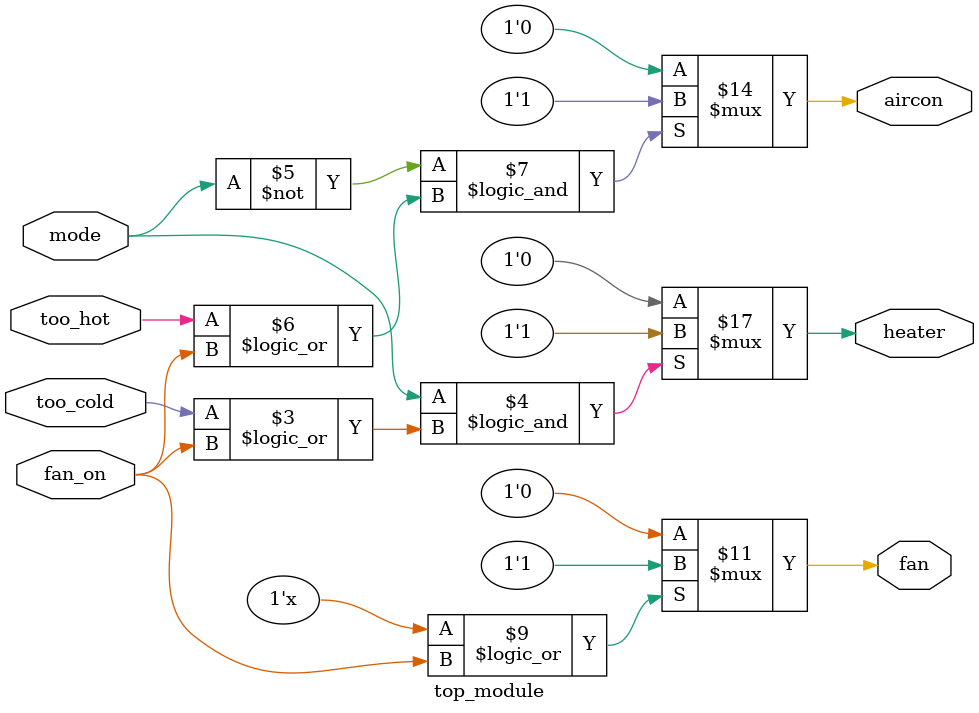
<source format=sv>
module top_module(
    input mode,
    input too_cold, 
    input too_hot,
    input fan_on,
    output reg heater,
    output reg aircon,
    output reg fan
);

always @(*) begin
    // Heater control logic
    if (mode == 1 && (too_cold || fan_on))
        heater <= 1;
    else
        heater <= 0;

    // Air conditioner control logic
    if (mode == 0 && (too_hot || fan_on))
        aircon <= 1;
    else
        aircon <= 0;

    // Fan control logic
    if (heater || aircon || fan_on)
        fan <= 1;
    else
        fan <= 0;
end

endmodule

</source>
